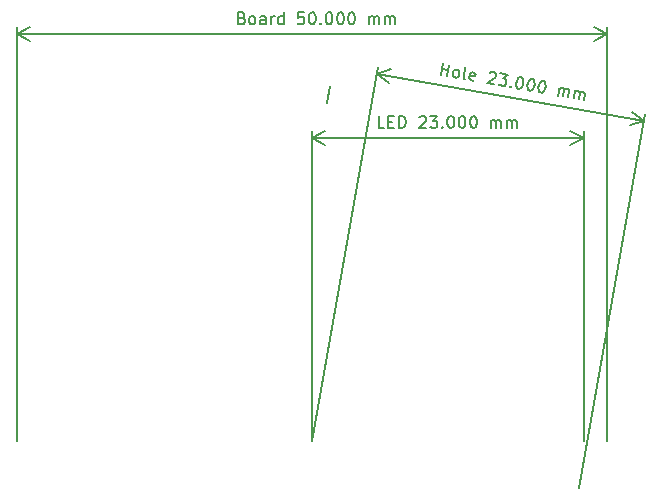
<source format=gbr>
%TF.GenerationSoftware,KiCad,Pcbnew,(5.1.10)-1*%
%TF.CreationDate,2021-10-31T13:05:10-04:00*%
%TF.ProjectId,CAN_Gauge,43414e5f-4761-4756-9765-2e6b69636164,rev?*%
%TF.SameCoordinates,Original*%
%TF.FileFunction,OtherDrawing,Comment*%
%FSLAX46Y46*%
G04 Gerber Fmt 4.6, Leading zero omitted, Abs format (unit mm)*
G04 Created by KiCad (PCBNEW (5.1.10)-1) date 2021-10-31 13:05:10*
%MOMM*%
%LPD*%
G01*
G04 APERTURE LIST*
%ADD10C,0.150000*%
G04 APERTURE END LIST*
D10*
X134802600Y-64543800D02*
X134599400Y-65940800D01*
X139446857Y-68090380D02*
X138970666Y-68090380D01*
X138970666Y-67090380D01*
X139780190Y-67566571D02*
X140113523Y-67566571D01*
X140256380Y-68090380D02*
X139780190Y-68090380D01*
X139780190Y-67090380D01*
X140256380Y-67090380D01*
X140684952Y-68090380D02*
X140684952Y-67090380D01*
X140923047Y-67090380D01*
X141065904Y-67138000D01*
X141161142Y-67233238D01*
X141208761Y-67328476D01*
X141256380Y-67518952D01*
X141256380Y-67661809D01*
X141208761Y-67852285D01*
X141161142Y-67947523D01*
X141065904Y-68042761D01*
X140923047Y-68090380D01*
X140684952Y-68090380D01*
X142399238Y-67185619D02*
X142446857Y-67138000D01*
X142542095Y-67090380D01*
X142780190Y-67090380D01*
X142875428Y-67138000D01*
X142923047Y-67185619D01*
X142970666Y-67280857D01*
X142970666Y-67376095D01*
X142923047Y-67518952D01*
X142351619Y-68090380D01*
X142970666Y-68090380D01*
X143304000Y-67090380D02*
X143923047Y-67090380D01*
X143589714Y-67471333D01*
X143732571Y-67471333D01*
X143827809Y-67518952D01*
X143875428Y-67566571D01*
X143923047Y-67661809D01*
X143923047Y-67899904D01*
X143875428Y-67995142D01*
X143827809Y-68042761D01*
X143732571Y-68090380D01*
X143446857Y-68090380D01*
X143351619Y-68042761D01*
X143304000Y-67995142D01*
X144351619Y-67995142D02*
X144399238Y-68042761D01*
X144351619Y-68090380D01*
X144304000Y-68042761D01*
X144351619Y-67995142D01*
X144351619Y-68090380D01*
X145018285Y-67090380D02*
X145113523Y-67090380D01*
X145208761Y-67138000D01*
X145256380Y-67185619D01*
X145304000Y-67280857D01*
X145351619Y-67471333D01*
X145351619Y-67709428D01*
X145304000Y-67899904D01*
X145256380Y-67995142D01*
X145208761Y-68042761D01*
X145113523Y-68090380D01*
X145018285Y-68090380D01*
X144923047Y-68042761D01*
X144875428Y-67995142D01*
X144827809Y-67899904D01*
X144780190Y-67709428D01*
X144780190Y-67471333D01*
X144827809Y-67280857D01*
X144875428Y-67185619D01*
X144923047Y-67138000D01*
X145018285Y-67090380D01*
X145970666Y-67090380D02*
X146065904Y-67090380D01*
X146161142Y-67138000D01*
X146208761Y-67185619D01*
X146256380Y-67280857D01*
X146304000Y-67471333D01*
X146304000Y-67709428D01*
X146256380Y-67899904D01*
X146208761Y-67995142D01*
X146161142Y-68042761D01*
X146065904Y-68090380D01*
X145970666Y-68090380D01*
X145875428Y-68042761D01*
X145827809Y-67995142D01*
X145780190Y-67899904D01*
X145732571Y-67709428D01*
X145732571Y-67471333D01*
X145780190Y-67280857D01*
X145827809Y-67185619D01*
X145875428Y-67138000D01*
X145970666Y-67090380D01*
X146923047Y-67090380D02*
X147018285Y-67090380D01*
X147113523Y-67138000D01*
X147161142Y-67185619D01*
X147208761Y-67280857D01*
X147256380Y-67471333D01*
X147256380Y-67709428D01*
X147208761Y-67899904D01*
X147161142Y-67995142D01*
X147113523Y-68042761D01*
X147018285Y-68090380D01*
X146923047Y-68090380D01*
X146827809Y-68042761D01*
X146780190Y-67995142D01*
X146732571Y-67899904D01*
X146684952Y-67709428D01*
X146684952Y-67471333D01*
X146732571Y-67280857D01*
X146780190Y-67185619D01*
X146827809Y-67138000D01*
X146923047Y-67090380D01*
X148446857Y-68090380D02*
X148446857Y-67423714D01*
X148446857Y-67518952D02*
X148494476Y-67471333D01*
X148589714Y-67423714D01*
X148732571Y-67423714D01*
X148827809Y-67471333D01*
X148875428Y-67566571D01*
X148875428Y-68090380D01*
X148875428Y-67566571D02*
X148923047Y-67471333D01*
X149018285Y-67423714D01*
X149161142Y-67423714D01*
X149256380Y-67471333D01*
X149304000Y-67566571D01*
X149304000Y-68090380D01*
X149780190Y-68090380D02*
X149780190Y-67423714D01*
X149780190Y-67518952D02*
X149827809Y-67471333D01*
X149923047Y-67423714D01*
X150065904Y-67423714D01*
X150161142Y-67471333D01*
X150208761Y-67566571D01*
X150208761Y-68090380D01*
X150208761Y-67566571D02*
X150256380Y-67471333D01*
X150351619Y-67423714D01*
X150494476Y-67423714D01*
X150589714Y-67471333D01*
X150637333Y-67566571D01*
X150637333Y-68090380D01*
X133304000Y-68938000D02*
X156304000Y-68938000D01*
X133304000Y-94592000D02*
X133304000Y-68351579D01*
X156304000Y-94592000D02*
X156304000Y-68351579D01*
X156304000Y-68938000D02*
X155177496Y-69524421D01*
X156304000Y-68938000D02*
X155177496Y-68351579D01*
X133304000Y-68938000D02*
X134430504Y-69524421D01*
X133304000Y-68938000D02*
X134430504Y-68351579D01*
X144208309Y-63605746D02*
X144380238Y-62620637D01*
X144298367Y-63089737D02*
X144861287Y-63187982D01*
X144771229Y-63703991D02*
X144943158Y-62718882D01*
X145381058Y-63810424D02*
X145295426Y-63747140D01*
X145256703Y-63692043D01*
X145226167Y-63590036D01*
X145275290Y-63308576D01*
X145338574Y-63222943D01*
X145393671Y-63184220D01*
X145495678Y-63153684D01*
X145636408Y-63178246D01*
X145722041Y-63241530D01*
X145760763Y-63296627D01*
X145791299Y-63398634D01*
X145742177Y-63680094D01*
X145678892Y-63765726D01*
X145623795Y-63804449D01*
X145521788Y-63834985D01*
X145381058Y-63810424D01*
X146272348Y-63965979D02*
X146186715Y-63902695D01*
X146156179Y-63800687D01*
X146303547Y-62956308D01*
X147031094Y-64050062D02*
X146929087Y-64080598D01*
X146741447Y-64047850D01*
X146655815Y-63984566D01*
X146625279Y-63882558D01*
X146690776Y-63507279D01*
X146754060Y-63421646D01*
X146856067Y-63391110D01*
X147043707Y-63423859D01*
X147129340Y-63487143D01*
X147159875Y-63589150D01*
X147143501Y-63682970D01*
X146658027Y-63694919D01*
X148351211Y-63410360D02*
X148406308Y-63371638D01*
X148508315Y-63341102D01*
X148742865Y-63382037D01*
X148828498Y-63445321D01*
X148867221Y-63500419D01*
X148897757Y-63602426D01*
X148881383Y-63696245D01*
X148809911Y-63828788D01*
X148148746Y-64293463D01*
X148758576Y-64399895D01*
X149258875Y-63472095D02*
X149868705Y-63578528D01*
X149474838Y-63896498D01*
X149615568Y-63921059D01*
X149701201Y-63984343D01*
X149739924Y-64039440D01*
X149770459Y-64141447D01*
X149729524Y-64375997D01*
X149666240Y-64461630D01*
X149611143Y-64500353D01*
X149509136Y-64530889D01*
X149227676Y-64481766D01*
X149142043Y-64418482D01*
X149103320Y-64363385D01*
X150135339Y-64543501D02*
X150174062Y-64598598D01*
X150118965Y-64637321D01*
X150080242Y-64582224D01*
X150135339Y-64543501D01*
X150118965Y-64637321D01*
X150947634Y-63766831D02*
X151041454Y-63783205D01*
X151127087Y-63846489D01*
X151165809Y-63901586D01*
X151196345Y-64003593D01*
X151210507Y-64199420D01*
X151169571Y-64433970D01*
X151089913Y-64613423D01*
X151026629Y-64699056D01*
X150971532Y-64737779D01*
X150869525Y-64768314D01*
X150775705Y-64751940D01*
X150690072Y-64688656D01*
X150651349Y-64633559D01*
X150620813Y-64531552D01*
X150606652Y-64335725D01*
X150647587Y-64101175D01*
X150727246Y-63921722D01*
X150790530Y-63836090D01*
X150845627Y-63797367D01*
X150947634Y-63766831D01*
X151885833Y-63930573D02*
X151979653Y-63946947D01*
X152065286Y-64010231D01*
X152104009Y-64065328D01*
X152134545Y-64167335D01*
X152148706Y-64363162D01*
X152107771Y-64597712D01*
X152028112Y-64777165D01*
X151964828Y-64862798D01*
X151909731Y-64901521D01*
X151807724Y-64932056D01*
X151713904Y-64915682D01*
X151628271Y-64852398D01*
X151589548Y-64797301D01*
X151559013Y-64695294D01*
X151544851Y-64499467D01*
X151585787Y-64264917D01*
X151665445Y-64085464D01*
X151728729Y-63999832D01*
X151783826Y-63961109D01*
X151885833Y-63930573D01*
X152824033Y-64094315D02*
X152917852Y-64110689D01*
X153003485Y-64173973D01*
X153042208Y-64229070D01*
X153072744Y-64331077D01*
X153086905Y-64526904D01*
X153045970Y-64761454D01*
X152966312Y-64940907D01*
X152903027Y-65026540D01*
X152847930Y-65065263D01*
X152745923Y-65095798D01*
X152652103Y-65079424D01*
X152566471Y-65016140D01*
X152527748Y-64961043D01*
X152497212Y-64859036D01*
X152483050Y-64663209D01*
X152523986Y-64428659D01*
X152603644Y-64249206D01*
X152666928Y-64163574D01*
X152722025Y-64124851D01*
X152824033Y-64094315D01*
X154153222Y-65341411D02*
X154267842Y-64684672D01*
X154251468Y-64778492D02*
X154306565Y-64739769D01*
X154408572Y-64709233D01*
X154549302Y-64733795D01*
X154634934Y-64797079D01*
X154665470Y-64899086D01*
X154575412Y-65415095D01*
X154665470Y-64899086D02*
X154728754Y-64813453D01*
X154830761Y-64782917D01*
X154971491Y-64807478D01*
X155057124Y-64870763D01*
X155087660Y-64972770D01*
X154997602Y-65488779D01*
X155466701Y-65570650D02*
X155581321Y-64913911D01*
X155564947Y-65007731D02*
X155620044Y-64969008D01*
X155722051Y-64938472D01*
X155862781Y-64963033D01*
X155948414Y-65026318D01*
X155978949Y-65128325D01*
X155888891Y-65644334D01*
X155978949Y-65128325D02*
X156042233Y-65042692D01*
X156144241Y-65012156D01*
X156284970Y-65036717D01*
X156370603Y-65100001D01*
X156401139Y-65202008D01*
X156311081Y-65718018D01*
X161437019Y-67493442D02*
X138786441Y-63499534D01*
X155954578Y-98585908D02*
X161538849Y-66915931D01*
X133304000Y-94592000D02*
X138888271Y-62922023D01*
X138786441Y-63499534D02*
X139997662Y-63117638D01*
X138786441Y-63499534D02*
X139794000Y-64272661D01*
X161437019Y-67493442D02*
X160429460Y-66720315D01*
X161437019Y-67493442D02*
X160225798Y-67875338D01*
X127375428Y-58778171D02*
X127518285Y-58825790D01*
X127565904Y-58873409D01*
X127613523Y-58968647D01*
X127613523Y-59111504D01*
X127565904Y-59206742D01*
X127518285Y-59254361D01*
X127423047Y-59301980D01*
X127042095Y-59301980D01*
X127042095Y-58301980D01*
X127375428Y-58301980D01*
X127470666Y-58349600D01*
X127518285Y-58397219D01*
X127565904Y-58492457D01*
X127565904Y-58587695D01*
X127518285Y-58682933D01*
X127470666Y-58730552D01*
X127375428Y-58778171D01*
X127042095Y-58778171D01*
X128184952Y-59301980D02*
X128089714Y-59254361D01*
X128042095Y-59206742D01*
X127994476Y-59111504D01*
X127994476Y-58825790D01*
X128042095Y-58730552D01*
X128089714Y-58682933D01*
X128184952Y-58635314D01*
X128327809Y-58635314D01*
X128423047Y-58682933D01*
X128470666Y-58730552D01*
X128518285Y-58825790D01*
X128518285Y-59111504D01*
X128470666Y-59206742D01*
X128423047Y-59254361D01*
X128327809Y-59301980D01*
X128184952Y-59301980D01*
X129375428Y-59301980D02*
X129375428Y-58778171D01*
X129327809Y-58682933D01*
X129232571Y-58635314D01*
X129042095Y-58635314D01*
X128946857Y-58682933D01*
X129375428Y-59254361D02*
X129280190Y-59301980D01*
X129042095Y-59301980D01*
X128946857Y-59254361D01*
X128899238Y-59159123D01*
X128899238Y-59063885D01*
X128946857Y-58968647D01*
X129042095Y-58921028D01*
X129280190Y-58921028D01*
X129375428Y-58873409D01*
X129851619Y-59301980D02*
X129851619Y-58635314D01*
X129851619Y-58825790D02*
X129899238Y-58730552D01*
X129946857Y-58682933D01*
X130042095Y-58635314D01*
X130137333Y-58635314D01*
X130899238Y-59301980D02*
X130899238Y-58301980D01*
X130899238Y-59254361D02*
X130804000Y-59301980D01*
X130613523Y-59301980D01*
X130518285Y-59254361D01*
X130470666Y-59206742D01*
X130423047Y-59111504D01*
X130423047Y-58825790D01*
X130470666Y-58730552D01*
X130518285Y-58682933D01*
X130613523Y-58635314D01*
X130804000Y-58635314D01*
X130899238Y-58682933D01*
X132613523Y-58301980D02*
X132137333Y-58301980D01*
X132089714Y-58778171D01*
X132137333Y-58730552D01*
X132232571Y-58682933D01*
X132470666Y-58682933D01*
X132565904Y-58730552D01*
X132613523Y-58778171D01*
X132661142Y-58873409D01*
X132661142Y-59111504D01*
X132613523Y-59206742D01*
X132565904Y-59254361D01*
X132470666Y-59301980D01*
X132232571Y-59301980D01*
X132137333Y-59254361D01*
X132089714Y-59206742D01*
X133280190Y-58301980D02*
X133375428Y-58301980D01*
X133470666Y-58349600D01*
X133518285Y-58397219D01*
X133565904Y-58492457D01*
X133613523Y-58682933D01*
X133613523Y-58921028D01*
X133565904Y-59111504D01*
X133518285Y-59206742D01*
X133470666Y-59254361D01*
X133375428Y-59301980D01*
X133280190Y-59301980D01*
X133184952Y-59254361D01*
X133137333Y-59206742D01*
X133089714Y-59111504D01*
X133042095Y-58921028D01*
X133042095Y-58682933D01*
X133089714Y-58492457D01*
X133137333Y-58397219D01*
X133184952Y-58349600D01*
X133280190Y-58301980D01*
X134042095Y-59206742D02*
X134089714Y-59254361D01*
X134042095Y-59301980D01*
X133994476Y-59254361D01*
X134042095Y-59206742D01*
X134042095Y-59301980D01*
X134708761Y-58301980D02*
X134804000Y-58301980D01*
X134899238Y-58349600D01*
X134946857Y-58397219D01*
X134994476Y-58492457D01*
X135042095Y-58682933D01*
X135042095Y-58921028D01*
X134994476Y-59111504D01*
X134946857Y-59206742D01*
X134899238Y-59254361D01*
X134804000Y-59301980D01*
X134708761Y-59301980D01*
X134613523Y-59254361D01*
X134565904Y-59206742D01*
X134518285Y-59111504D01*
X134470666Y-58921028D01*
X134470666Y-58682933D01*
X134518285Y-58492457D01*
X134565904Y-58397219D01*
X134613523Y-58349600D01*
X134708761Y-58301980D01*
X135661142Y-58301980D02*
X135756380Y-58301980D01*
X135851619Y-58349600D01*
X135899238Y-58397219D01*
X135946857Y-58492457D01*
X135994476Y-58682933D01*
X135994476Y-58921028D01*
X135946857Y-59111504D01*
X135899238Y-59206742D01*
X135851619Y-59254361D01*
X135756380Y-59301980D01*
X135661142Y-59301980D01*
X135565904Y-59254361D01*
X135518285Y-59206742D01*
X135470666Y-59111504D01*
X135423047Y-58921028D01*
X135423047Y-58682933D01*
X135470666Y-58492457D01*
X135518285Y-58397219D01*
X135565904Y-58349600D01*
X135661142Y-58301980D01*
X136613523Y-58301980D02*
X136708761Y-58301980D01*
X136804000Y-58349600D01*
X136851619Y-58397219D01*
X136899238Y-58492457D01*
X136946857Y-58682933D01*
X136946857Y-58921028D01*
X136899238Y-59111504D01*
X136851619Y-59206742D01*
X136804000Y-59254361D01*
X136708761Y-59301980D01*
X136613523Y-59301980D01*
X136518285Y-59254361D01*
X136470666Y-59206742D01*
X136423047Y-59111504D01*
X136375428Y-58921028D01*
X136375428Y-58682933D01*
X136423047Y-58492457D01*
X136470666Y-58397219D01*
X136518285Y-58349600D01*
X136613523Y-58301980D01*
X138137333Y-59301980D02*
X138137333Y-58635314D01*
X138137333Y-58730552D02*
X138184952Y-58682933D01*
X138280190Y-58635314D01*
X138423047Y-58635314D01*
X138518285Y-58682933D01*
X138565904Y-58778171D01*
X138565904Y-59301980D01*
X138565904Y-58778171D02*
X138613523Y-58682933D01*
X138708761Y-58635314D01*
X138851619Y-58635314D01*
X138946857Y-58682933D01*
X138994476Y-58778171D01*
X138994476Y-59301980D01*
X139470666Y-59301980D02*
X139470666Y-58635314D01*
X139470666Y-58730552D02*
X139518285Y-58682933D01*
X139613523Y-58635314D01*
X139756380Y-58635314D01*
X139851619Y-58682933D01*
X139899238Y-58778171D01*
X139899238Y-59301980D01*
X139899238Y-58778171D02*
X139946857Y-58682933D01*
X140042095Y-58635314D01*
X140184952Y-58635314D01*
X140280190Y-58682933D01*
X140327809Y-58778171D01*
X140327809Y-59301980D01*
X108304000Y-60149600D02*
X158304000Y-60149600D01*
X108304000Y-94592000D02*
X108304000Y-59563179D01*
X158304000Y-94592000D02*
X158304000Y-59563179D01*
X158304000Y-60149600D02*
X157177496Y-60736021D01*
X158304000Y-60149600D02*
X157177496Y-59563179D01*
X108304000Y-60149600D02*
X109430504Y-60736021D01*
X108304000Y-60149600D02*
X109430504Y-59563179D01*
M02*

</source>
